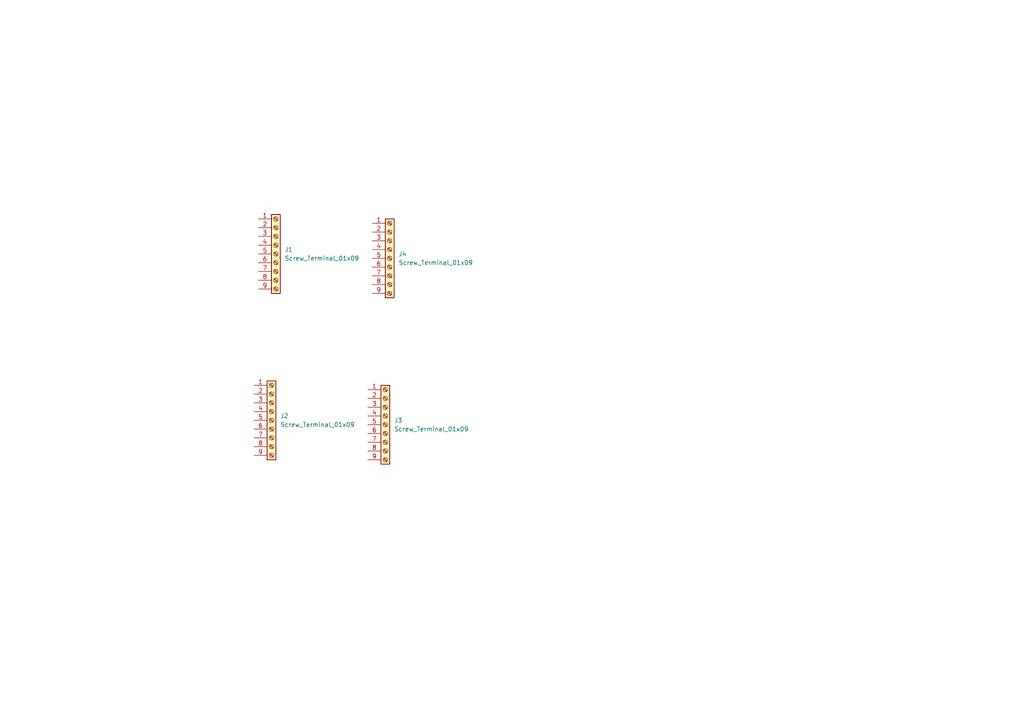
<source format=kicad_sch>
(kicad_sch
	(version 20250114)
	(generator "eeschema")
	(generator_version "9.0")
	(uuid "8a1e729a-3ab6-4bef-8663-784b478a9859")
	(paper "A4")
	(lib_symbols
		(symbol "Connector:Screw_Terminal_01x09"
			(pin_names
				(offset 1.016)
				(hide yes)
			)
			(exclude_from_sim no)
			(in_bom yes)
			(on_board yes)
			(property "Reference" "J"
				(at 0 12.7 0)
				(effects
					(font
						(size 1.27 1.27)
					)
				)
			)
			(property "Value" "Screw_Terminal_01x09"
				(at 0 -12.7 0)
				(effects
					(font
						(size 1.27 1.27)
					)
				)
			)
			(property "Footprint" ""
				(at 0 0 0)
				(effects
					(font
						(size 1.27 1.27)
					)
					(hide yes)
				)
			)
			(property "Datasheet" "~"
				(at 0 0 0)
				(effects
					(font
						(size 1.27 1.27)
					)
					(hide yes)
				)
			)
			(property "Description" "Generic screw terminal, single row, 01x09, script generated (kicad-library-utils/schlib/autogen/connector/)"
				(at 0 0 0)
				(effects
					(font
						(size 1.27 1.27)
					)
					(hide yes)
				)
			)
			(property "ki_keywords" "screw terminal"
				(at 0 0 0)
				(effects
					(font
						(size 1.27 1.27)
					)
					(hide yes)
				)
			)
			(property "ki_fp_filters" "TerminalBlock*:*"
				(at 0 0 0)
				(effects
					(font
						(size 1.27 1.27)
					)
					(hide yes)
				)
			)
			(symbol "Screw_Terminal_01x09_1_1"
				(rectangle
					(start -1.27 11.43)
					(end 1.27 -11.43)
					(stroke
						(width 0.254)
						(type default)
					)
					(fill
						(type background)
					)
				)
				(polyline
					(pts
						(xy -0.5334 10.4902) (xy 0.3302 9.652)
					)
					(stroke
						(width 0.1524)
						(type default)
					)
					(fill
						(type none)
					)
				)
				(polyline
					(pts
						(xy -0.5334 7.9502) (xy 0.3302 7.112)
					)
					(stroke
						(width 0.1524)
						(type default)
					)
					(fill
						(type none)
					)
				)
				(polyline
					(pts
						(xy -0.5334 5.4102) (xy 0.3302 4.572)
					)
					(stroke
						(width 0.1524)
						(type default)
					)
					(fill
						(type none)
					)
				)
				(polyline
					(pts
						(xy -0.5334 2.8702) (xy 0.3302 2.032)
					)
					(stroke
						(width 0.1524)
						(type default)
					)
					(fill
						(type none)
					)
				)
				(polyline
					(pts
						(xy -0.5334 0.3302) (xy 0.3302 -0.508)
					)
					(stroke
						(width 0.1524)
						(type default)
					)
					(fill
						(type none)
					)
				)
				(polyline
					(pts
						(xy -0.5334 -2.2098) (xy 0.3302 -3.048)
					)
					(stroke
						(width 0.1524)
						(type default)
					)
					(fill
						(type none)
					)
				)
				(polyline
					(pts
						(xy -0.5334 -4.7498) (xy 0.3302 -5.588)
					)
					(stroke
						(width 0.1524)
						(type default)
					)
					(fill
						(type none)
					)
				)
				(polyline
					(pts
						(xy -0.5334 -7.2898) (xy 0.3302 -8.128)
					)
					(stroke
						(width 0.1524)
						(type default)
					)
					(fill
						(type none)
					)
				)
				(polyline
					(pts
						(xy -0.5334 -9.8298) (xy 0.3302 -10.668)
					)
					(stroke
						(width 0.1524)
						(type default)
					)
					(fill
						(type none)
					)
				)
				(polyline
					(pts
						(xy -0.3556 10.668) (xy 0.508 9.8298)
					)
					(stroke
						(width 0.1524)
						(type default)
					)
					(fill
						(type none)
					)
				)
				(polyline
					(pts
						(xy -0.3556 8.128) (xy 0.508 7.2898)
					)
					(stroke
						(width 0.1524)
						(type default)
					)
					(fill
						(type none)
					)
				)
				(polyline
					(pts
						(xy -0.3556 5.588) (xy 0.508 4.7498)
					)
					(stroke
						(width 0.1524)
						(type default)
					)
					(fill
						(type none)
					)
				)
				(polyline
					(pts
						(xy -0.3556 3.048) (xy 0.508 2.2098)
					)
					(stroke
						(width 0.1524)
						(type default)
					)
					(fill
						(type none)
					)
				)
				(polyline
					(pts
						(xy -0.3556 0.508) (xy 0.508 -0.3302)
					)
					(stroke
						(width 0.1524)
						(type default)
					)
					(fill
						(type none)
					)
				)
				(polyline
					(pts
						(xy -0.3556 -2.032) (xy 0.508 -2.8702)
					)
					(stroke
						(width 0.1524)
						(type default)
					)
					(fill
						(type none)
					)
				)
				(polyline
					(pts
						(xy -0.3556 -4.572) (xy 0.508 -5.4102)
					)
					(stroke
						(width 0.1524)
						(type default)
					)
					(fill
						(type none)
					)
				)
				(polyline
					(pts
						(xy -0.3556 -7.112) (xy 0.508 -7.9502)
					)
					(stroke
						(width 0.1524)
						(type default)
					)
					(fill
						(type none)
					)
				)
				(polyline
					(pts
						(xy -0.3556 -9.652) (xy 0.508 -10.4902)
					)
					(stroke
						(width 0.1524)
						(type default)
					)
					(fill
						(type none)
					)
				)
				(circle
					(center 0 10.16)
					(radius 0.635)
					(stroke
						(width 0.1524)
						(type default)
					)
					(fill
						(type none)
					)
				)
				(circle
					(center 0 7.62)
					(radius 0.635)
					(stroke
						(width 0.1524)
						(type default)
					)
					(fill
						(type none)
					)
				)
				(circle
					(center 0 5.08)
					(radius 0.635)
					(stroke
						(width 0.1524)
						(type default)
					)
					(fill
						(type none)
					)
				)
				(circle
					(center 0 2.54)
					(radius 0.635)
					(stroke
						(width 0.1524)
						(type default)
					)
					(fill
						(type none)
					)
				)
				(circle
					(center 0 0)
					(radius 0.635)
					(stroke
						(width 0.1524)
						(type default)
					)
					(fill
						(type none)
					)
				)
				(circle
					(center 0 -2.54)
					(radius 0.635)
					(stroke
						(width 0.1524)
						(type default)
					)
					(fill
						(type none)
					)
				)
				(circle
					(center 0 -5.08)
					(radius 0.635)
					(stroke
						(width 0.1524)
						(type default)
					)
					(fill
						(type none)
					)
				)
				(circle
					(center 0 -7.62)
					(radius 0.635)
					(stroke
						(width 0.1524)
						(type default)
					)
					(fill
						(type none)
					)
				)
				(circle
					(center 0 -10.16)
					(radius 0.635)
					(stroke
						(width 0.1524)
						(type default)
					)
					(fill
						(type none)
					)
				)
				(pin passive line
					(at -5.08 10.16 0)
					(length 3.81)
					(name "Pin_1"
						(effects
							(font
								(size 1.27 1.27)
							)
						)
					)
					(number "1"
						(effects
							(font
								(size 1.27 1.27)
							)
						)
					)
				)
				(pin passive line
					(at -5.08 7.62 0)
					(length 3.81)
					(name "Pin_2"
						(effects
							(font
								(size 1.27 1.27)
							)
						)
					)
					(number "2"
						(effects
							(font
								(size 1.27 1.27)
							)
						)
					)
				)
				(pin passive line
					(at -5.08 5.08 0)
					(length 3.81)
					(name "Pin_3"
						(effects
							(font
								(size 1.27 1.27)
							)
						)
					)
					(number "3"
						(effects
							(font
								(size 1.27 1.27)
							)
						)
					)
				)
				(pin passive line
					(at -5.08 2.54 0)
					(length 3.81)
					(name "Pin_4"
						(effects
							(font
								(size 1.27 1.27)
							)
						)
					)
					(number "4"
						(effects
							(font
								(size 1.27 1.27)
							)
						)
					)
				)
				(pin passive line
					(at -5.08 0 0)
					(length 3.81)
					(name "Pin_5"
						(effects
							(font
								(size 1.27 1.27)
							)
						)
					)
					(number "5"
						(effects
							(font
								(size 1.27 1.27)
							)
						)
					)
				)
				(pin passive line
					(at -5.08 -2.54 0)
					(length 3.81)
					(name "Pin_6"
						(effects
							(font
								(size 1.27 1.27)
							)
						)
					)
					(number "6"
						(effects
							(font
								(size 1.27 1.27)
							)
						)
					)
				)
				(pin passive line
					(at -5.08 -5.08 0)
					(length 3.81)
					(name "Pin_7"
						(effects
							(font
								(size 1.27 1.27)
							)
						)
					)
					(number "7"
						(effects
							(font
								(size 1.27 1.27)
							)
						)
					)
				)
				(pin passive line
					(at -5.08 -7.62 0)
					(length 3.81)
					(name "Pin_8"
						(effects
							(font
								(size 1.27 1.27)
							)
						)
					)
					(number "8"
						(effects
							(font
								(size 1.27 1.27)
							)
						)
					)
				)
				(pin passive line
					(at -5.08 -10.16 0)
					(length 3.81)
					(name "Pin_9"
						(effects
							(font
								(size 1.27 1.27)
							)
						)
					)
					(number "9"
						(effects
							(font
								(size 1.27 1.27)
							)
						)
					)
				)
			)
			(embedded_fonts no)
		)
	)
	(symbol
		(lib_id "Connector:Screw_Terminal_01x09")
		(at 111.76 123.19 0)
		(unit 1)
		(exclude_from_sim no)
		(in_bom yes)
		(on_board yes)
		(dnp no)
		(fields_autoplaced yes)
		(uuid "275254f8-fdcf-466b-a1d1-acb06f59cd29")
		(property "Reference" "J3"
			(at 114.3 121.9199 0)
			(effects
				(font
					(size 1.27 1.27)
				)
				(justify left)
			)
		)
		(property "Value" "Screw_Terminal_01x09"
			(at 114.3 124.4599 0)
			(effects
				(font
					(size 1.27 1.27)
				)
				(justify left)
			)
		)
		(property "Footprint" "TerminalBlock_Phoenix:TerminalBlock_Phoenix_PT-1,5-9-5.0-H_1x09_P5.00mm_Horizontal"
			(at 111.76 123.19 0)
			(effects
				(font
					(size 1.27 1.27)
				)
				(hide yes)
			)
		)
		(property "Datasheet" "~"
			(at 111.76 123.19 0)
			(effects
				(font
					(size 1.27 1.27)
				)
				(hide yes)
			)
		)
		(property "Description" "Generic screw terminal, single row, 01x09, script generated (kicad-library-utils/schlib/autogen/connector/)"
			(at 111.76 123.19 0)
			(effects
				(font
					(size 1.27 1.27)
				)
				(hide yes)
			)
		)
		(pin "8"
			(uuid "b90e9b81-89d8-4a86-b5fb-70e7eb787560")
		)
		(pin "4"
			(uuid "8a8074af-e198-4bea-8f00-a18b4fb7e13c")
		)
		(pin "9"
			(uuid "57382071-de08-44f9-a6b1-9bff66921e26")
		)
		(pin "2"
			(uuid "f7e97024-474e-4d0e-a293-4614e379dbba")
		)
		(pin "6"
			(uuid "7e2606c2-d428-4c2c-a10c-e1eeb7ad0ecb")
		)
		(pin "7"
			(uuid "aae48c45-bd4f-45f6-a839-006da49a23bc")
		)
		(pin "3"
			(uuid "0ccfa2a9-bfb9-4a3a-9ca8-d9ef5b5cc045")
		)
		(pin "5"
			(uuid "e501524c-a9b4-4773-bd18-1518a689ede3")
		)
		(pin "1"
			(uuid "f310ddf2-a294-48ad-90df-10e471d97031")
		)
		(instances
			(project "Modelo 1"
				(path "/8a1e729a-3ab6-4bef-8663-784b478a9859"
					(reference "J3")
					(unit 1)
				)
			)
		)
	)
	(symbol
		(lib_id "Connector:Screw_Terminal_01x09")
		(at 113.03 74.93 0)
		(unit 1)
		(exclude_from_sim no)
		(in_bom yes)
		(on_board yes)
		(dnp no)
		(fields_autoplaced yes)
		(uuid "2c47f365-41f7-4673-a331-580da8855842")
		(property "Reference" "J4"
			(at 115.57 73.6599 0)
			(effects
				(font
					(size 1.27 1.27)
				)
				(justify left)
			)
		)
		(property "Value" "Screw_Terminal_01x09"
			(at 115.57 76.1999 0)
			(effects
				(font
					(size 1.27 1.27)
				)
				(justify left)
			)
		)
		(property "Footprint" "TerminalBlock_Phoenix:TerminalBlock_Phoenix_PT-1,5-9-5.0-H_1x09_P5.00mm_Horizontal"
			(at 113.03 74.93 0)
			(effects
				(font
					(size 1.27 1.27)
				)
				(hide yes)
			)
		)
		(property "Datasheet" "~"
			(at 113.03 74.93 0)
			(effects
				(font
					(size 1.27 1.27)
				)
				(hide yes)
			)
		)
		(property "Description" "Generic screw terminal, single row, 01x09, script generated (kicad-library-utils/schlib/autogen/connector/)"
			(at 113.03 74.93 0)
			(effects
				(font
					(size 1.27 1.27)
				)
				(hide yes)
			)
		)
		(pin "8"
			(uuid "bd678669-b101-43ab-a70f-a7959e5f4ecc")
		)
		(pin "4"
			(uuid "866ffb54-3466-4be7-9212-7f8a46a6913c")
		)
		(pin "9"
			(uuid "c0a8986f-490c-4c86-b899-aae369670282")
		)
		(pin "2"
			(uuid "bfa4382c-bb35-4c2c-ad41-2a3229a17450")
		)
		(pin "6"
			(uuid "64fa02bc-5ed4-4bfd-8796-75ee4df340eb")
		)
		(pin "7"
			(uuid "fe17b6aa-2fcf-47cf-874a-9016ed754ffa")
		)
		(pin "3"
			(uuid "1b579919-d2cc-4cf6-a749-5b77fee88353")
		)
		(pin "5"
			(uuid "4b8873ed-0c74-469f-a565-f326286db0ba")
		)
		(pin "1"
			(uuid "afc6ca6f-4661-46c0-922e-9f068e86e7f1")
		)
		(instances
			(project ""
				(path "/8a1e729a-3ab6-4bef-8663-784b478a9859"
					(reference "J4")
					(unit 1)
				)
			)
		)
	)
	(symbol
		(lib_id "Connector:Screw_Terminal_01x09")
		(at 80.01 73.66 0)
		(unit 1)
		(exclude_from_sim no)
		(in_bom yes)
		(on_board yes)
		(dnp no)
		(fields_autoplaced yes)
		(uuid "c68d745f-2edf-47d8-aac5-693153710ca4")
		(property "Reference" "J1"
			(at 82.55 72.3899 0)
			(effects
				(font
					(size 1.27 1.27)
				)
				(justify left)
			)
		)
		(property "Value" "Screw_Terminal_01x09"
			(at 82.55 74.9299 0)
			(effects
				(font
					(size 1.27 1.27)
				)
				(justify left)
			)
		)
		(property "Footprint" "TerminalBlock_Phoenix:TerminalBlock_Phoenix_PT-1,5-9-5.0-H_1x09_P5.00mm_Horizontal"
			(at 80.01 73.66 0)
			(effects
				(font
					(size 1.27 1.27)
				)
				(hide yes)
			)
		)
		(property "Datasheet" "~"
			(at 80.01 73.66 0)
			(effects
				(font
					(size 1.27 1.27)
				)
				(hide yes)
			)
		)
		(property "Description" "Generic screw terminal, single row, 01x09, script generated (kicad-library-utils/schlib/autogen/connector/)"
			(at 80.01 73.66 0)
			(effects
				(font
					(size 1.27 1.27)
				)
				(hide yes)
			)
		)
		(pin "8"
			(uuid "43c6b3b1-3289-4f4a-ac67-29e8c154e931")
		)
		(pin "4"
			(uuid "1a9ee5c1-5fba-40b6-acec-b7c0389d8007")
		)
		(pin "9"
			(uuid "14be8b9f-ed35-4e00-8af1-f77dbf3772f1")
		)
		(pin "2"
			(uuid "778411b9-3995-470b-bebe-26e275c1ba3a")
		)
		(pin "6"
			(uuid "36fcd9cf-5eeb-4327-a3ea-9db3c75e3df1")
		)
		(pin "7"
			(uuid "fe5dd298-33ca-4c14-a197-4a8677b43eb3")
		)
		(pin "3"
			(uuid "be05fee2-3db6-482d-99bf-8e54e87aaa0a")
		)
		(pin "5"
			(uuid "fa56b29b-0ec9-406d-a0ba-a1df03219370")
		)
		(pin "1"
			(uuid "63555144-ed31-4044-90ae-9e5d4626f881")
		)
		(instances
			(project "Modelo 1"
				(path "/8a1e729a-3ab6-4bef-8663-784b478a9859"
					(reference "J1")
					(unit 1)
				)
			)
		)
	)
	(symbol
		(lib_id "Connector:Screw_Terminal_01x09")
		(at 78.74 121.92 0)
		(unit 1)
		(exclude_from_sim no)
		(in_bom yes)
		(on_board yes)
		(dnp no)
		(fields_autoplaced yes)
		(uuid "fd4e4bb2-b141-41aa-9b11-41bc11ed693a")
		(property "Reference" "J2"
			(at 81.28 120.6499 0)
			(effects
				(font
					(size 1.27 1.27)
				)
				(justify left)
			)
		)
		(property "Value" "Screw_Terminal_01x09"
			(at 81.28 123.1899 0)
			(effects
				(font
					(size 1.27 1.27)
				)
				(justify left)
			)
		)
		(property "Footprint" "TerminalBlock_Phoenix:TerminalBlock_Phoenix_PT-1,5-9-5.0-H_1x09_P5.00mm_Horizontal"
			(at 78.74 121.92 0)
			(effects
				(font
					(size 1.27 1.27)
				)
				(hide yes)
			)
		)
		(property "Datasheet" "~"
			(at 78.74 121.92 0)
			(effects
				(font
					(size 1.27 1.27)
				)
				(hide yes)
			)
		)
		(property "Description" "Generic screw terminal, single row, 01x09, script generated (kicad-library-utils/schlib/autogen/connector/)"
			(at 78.74 121.92 0)
			(effects
				(font
					(size 1.27 1.27)
				)
				(hide yes)
			)
		)
		(pin "8"
			(uuid "d789f3ec-d276-46ce-afe1-ce1bbcd4cc82")
		)
		(pin "4"
			(uuid "bbecc06f-0086-4029-bc49-65390263f9c9")
		)
		(pin "9"
			(uuid "3eafb98f-4870-4882-ab07-07e5747faded")
		)
		(pin "2"
			(uuid "83d15351-15cf-4009-89f1-025b5a73644c")
		)
		(pin "6"
			(uuid "64ccd82d-8af0-49a3-aa8c-bad72a7fb8a4")
		)
		(pin "7"
			(uuid "c5064fb9-6633-47f0-9363-433128d189ea")
		)
		(pin "3"
			(uuid "0078a335-5060-4289-8650-225c224a556c")
		)
		(pin "5"
			(uuid "c98eddba-1799-46f2-a8ef-43ea6fdd9215")
		)
		(pin "1"
			(uuid "05d0e3be-ee98-4ebe-a71e-bf4c90c43499")
		)
		(instances
			(project "Modelo 1"
				(path "/8a1e729a-3ab6-4bef-8663-784b478a9859"
					(reference "J2")
					(unit 1)
				)
			)
		)
	)
	(sheet_instances
		(path "/"
			(page "1")
		)
	)
	(embedded_fonts no)
)

</source>
